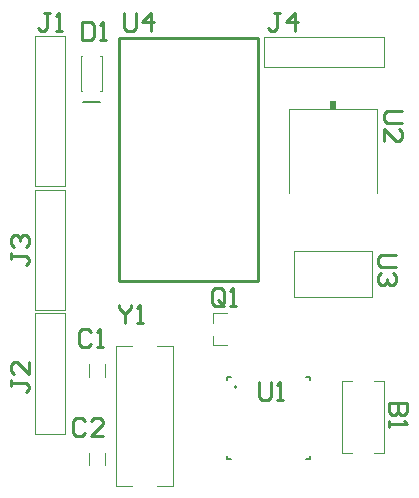
<source format=gto>
G04*
G04 #@! TF.GenerationSoftware,Altium Limited,Altium Designer,22.7.1 (60)*
G04*
G04 Layer_Color=65535*
%FSAX44Y44*%
%MOMM*%
G71*
G04*
G04 #@! TF.SameCoordinates,B67A478A-0272-44D9-A9C4-7CC6AF38DCCD*
G04*
G04*
G04 #@! TF.FilePolarity,Positive*
G04*
G01*
G75*
%ADD10C,0.2000*%
%ADD11C,0.1000*%
%ADD12C,0.1270*%
%ADD13C,0.2540*%
%ADD14R,0.4750X0.7250*%
D10*
X00513230Y00891230D02*
G03*
X00513230Y00891230I-00001000J00000000D01*
G01*
X00383000Y01132500D02*
X00397000D01*
D11*
X00492750Y00926500D02*
X00504500D01*
X00492750Y00953500D02*
X00504500D01*
X00492750Y00945250D02*
Y00953500D01*
Y00926500D02*
Y00934750D01*
X00342300Y00956400D02*
X00367700D01*
X00342300D02*
Y01058100D01*
X00367700Y00956400D02*
Y01058100D01*
X00342300D02*
X00367700D01*
X00342300Y00851800D02*
X00367700D01*
X00342300D02*
Y00953500D01*
X00367700Y00851800D02*
Y00953500D01*
X00342300D02*
X00367700D01*
X00401750Y00824750D02*
Y00835250D01*
X00388250Y00824750D02*
Y00835250D01*
Y00899750D02*
Y00910250D01*
X00401750Y00899750D02*
Y00910250D01*
X00602500Y00896250D02*
X00610750D01*
X00602500Y00835250D02*
Y00896250D01*
Y00835250D02*
X00610750D01*
X00629500Y00835000D02*
X00637500D01*
Y00896500D01*
X00629250D02*
X00637500D01*
X00562000Y01006000D02*
X00628000D01*
X00562000Y00967250D02*
Y01006000D01*
Y00967250D02*
X00628000D01*
Y01006000D01*
X00632250Y01055250D02*
Y01126750D01*
X00557500Y01055250D02*
Y01126750D01*
X00632250D01*
X00536400Y01162300D02*
Y01187700D01*
X00638100D01*
X00536400Y01162300D02*
X00638100D01*
Y01187700D01*
X00342300Y01188100D02*
X00367700D01*
Y01061100D02*
Y01188100D01*
X00342300Y01061100D02*
Y01188100D01*
Y01061100D02*
X00367700D01*
X00397750Y01141500D02*
X00398750D01*
X00381000D02*
X00382250D01*
X00381000Y01171500D02*
X00382250D01*
X00397750D02*
X00398750D01*
X00381000Y01141500D02*
Y01171500D01*
X00398750Y01141500D02*
Y01171500D01*
X00411000Y00925500D02*
X00424750D01*
X00445250D02*
X00459500D01*
X00445250Y00807750D02*
X00459500D01*
X00411000D02*
X00424750D01*
X00411000D02*
Y00925500D01*
X00459500Y00807750D02*
Y00925500D01*
D12*
X00505000Y00897100D02*
Y00900000D01*
Y00830000D02*
Y00832900D01*
X00575000Y00897100D02*
Y00900000D01*
Y00830000D02*
Y00832900D01*
X00505000Y00900000D02*
X00507900D01*
X00505000Y00830000D02*
X00507900D01*
X00572100Y00900000D02*
X00575000D01*
X00572100Y00830000D02*
X00575000D01*
D13*
X00531515Y00980700D02*
Y01186440D01*
X00413405Y00980700D02*
X00531515D01*
X00413405D02*
Y01186440D01*
X00531515D01*
X00413004Y00960877D02*
Y00958338D01*
X00418082Y00953260D01*
X00423161Y00958338D01*
Y00960877D01*
X00418082Y00953260D02*
Y00945642D01*
X00428239D02*
X00433317D01*
X00430778D01*
Y00960877D01*
X00428239Y00958338D01*
X00417304Y01207617D02*
Y01194922D01*
X00419843Y01192383D01*
X00424922D01*
X00427461Y01194922D01*
Y01207617D01*
X00440157Y01192383D02*
Y01207617D01*
X00432539Y01200000D01*
X00442696D01*
X00647617Y01002696D02*
X00634922D01*
X00632383Y01000157D01*
Y00995078D01*
X00634922Y00992539D01*
X00647617D01*
X00645078Y00987461D02*
X00647617Y00984922D01*
Y00979843D01*
X00645078Y00977304D01*
X00642539D01*
X00640000Y00979843D01*
Y00982383D01*
Y00979843D01*
X00637461Y00977304D01*
X00634922D01*
X00632383Y00979843D01*
Y00984922D01*
X00634922Y00987461D01*
X00652617Y01125196D02*
X00639922D01*
X00637383Y01122657D01*
Y01117578D01*
X00639922Y01115039D01*
X00652617D01*
X00637383Y01099804D02*
Y01109961D01*
X00647539Y01099804D01*
X00650078D01*
X00652617Y01102343D01*
Y01107422D01*
X00650078Y01109961D01*
X00532343Y00895117D02*
Y00882422D01*
X00534883Y00879883D01*
X00539961D01*
X00542500Y00882422D01*
Y00895117D01*
X00547578Y00879883D02*
X00552657D01*
X00550118D01*
Y00895117D01*
X00547578Y00892578D01*
X00502500Y00962422D02*
Y00972578D01*
X00499961Y00975117D01*
X00494883D01*
X00492343Y00972578D01*
Y00962422D01*
X00494883Y00959883D01*
X00499961D01*
X00497422Y00964961D02*
X00502500Y00959883D01*
X00499961D02*
X00502500Y00962422D01*
X00507578Y00959883D02*
X00512657D01*
X00510118D01*
Y00975117D01*
X00507578Y00972578D01*
X00549961Y01207617D02*
X00544883D01*
X00547422D01*
Y01194922D01*
X00544883Y01192383D01*
X00542343D01*
X00539804Y01194922D01*
X00562657Y01192383D02*
Y01207617D01*
X00555039Y01200000D01*
X00565196D01*
X00322383Y01004961D02*
Y00999883D01*
Y01002422D01*
X00335078D01*
X00337617Y00999883D01*
Y00997343D01*
X00335078Y00994804D01*
X00324922Y01010039D02*
X00322383Y01012578D01*
Y01017657D01*
X00324922Y01020196D01*
X00327461D01*
X00330000Y01017657D01*
Y01015117D01*
Y01017657D01*
X00332539Y01020196D01*
X00335078D01*
X00337617Y01017657D01*
Y01012578D01*
X00335078Y01010039D01*
X00322383Y00897461D02*
Y00892383D01*
Y00894922D01*
X00335078D01*
X00337617Y00892383D01*
Y00889843D01*
X00335078Y00887304D01*
X00337617Y00912696D02*
Y00902539D01*
X00327461Y00912696D01*
X00324922D01*
X00322383Y00910157D01*
Y00905078D01*
X00324922Y00902539D01*
X00355000Y01207617D02*
X00349922D01*
X00352461D01*
Y01194922D01*
X00349922Y01192383D01*
X00347383D01*
X00344843Y01194922D01*
X00360078Y01192383D02*
X00365157D01*
X00362618D01*
Y01207617D01*
X00360078Y01205078D01*
X00382343Y01200117D02*
Y01184883D01*
X00389961D01*
X00392500Y01187422D01*
Y01197578D01*
X00389961Y01200117D01*
X00382343D01*
X00397578Y01184883D02*
X00402657D01*
X00400118D01*
Y01200117D01*
X00397578Y01197578D01*
X00384961Y00862578D02*
X00382422Y00865117D01*
X00377343D01*
X00374804Y00862578D01*
Y00852422D01*
X00377343Y00849883D01*
X00382422D01*
X00384961Y00852422D01*
X00400196Y00849883D02*
X00390039D01*
X00400196Y00860039D01*
Y00862578D01*
X00397657Y00865117D01*
X00392578D01*
X00390039Y00862578D01*
X00390000Y00937578D02*
X00387461Y00940117D01*
X00382383D01*
X00379843Y00937578D01*
Y00927422D01*
X00382383Y00924883D01*
X00387461D01*
X00390000Y00927422D01*
X00395078Y00924883D02*
X00400157D01*
X00397618D01*
Y00940117D01*
X00395078Y00937578D01*
X00657617Y00877657D02*
X00642383D01*
Y00870039D01*
X00644922Y00867500D01*
X00647461D01*
X00650000Y00870039D01*
Y00877657D01*
Y00870039D01*
X00652539Y00867500D01*
X00655078D01*
X00657617Y00870039D01*
Y00877657D01*
X00642383Y00862422D02*
Y00857343D01*
Y00859882D01*
X00657617D01*
X00655078Y00862422D01*
D14*
X00595000Y01130125D02*
D03*
M02*

</source>
